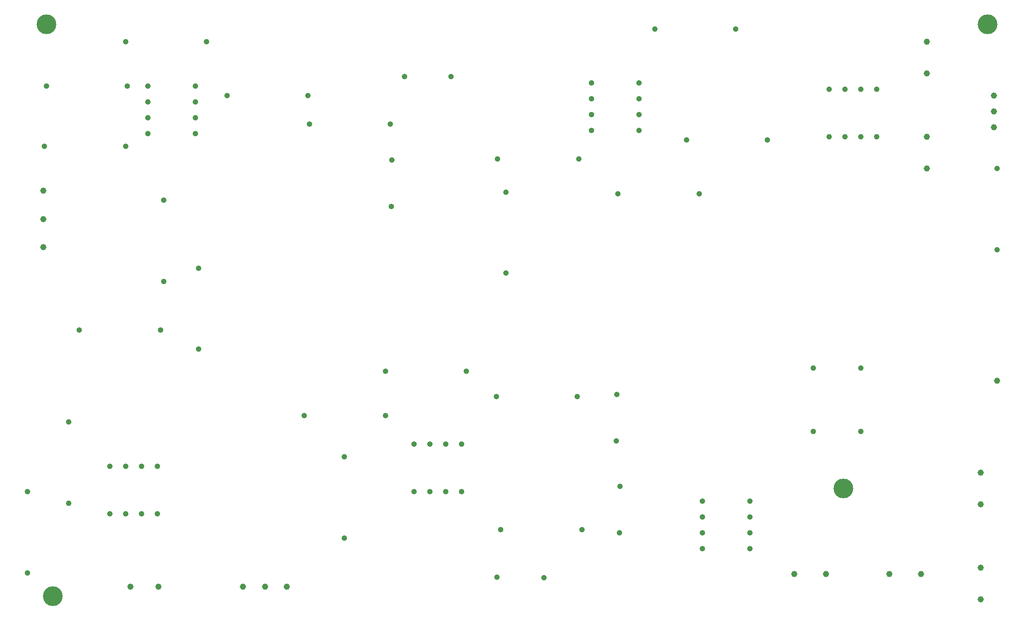
<source format=gbr>
G04 Generated by Ultiboard 11.0 *
%FSLAX25Y25*%
%MOIN*%

%ADD10C,0.12500*%
%ADD11C,0.03543*%
%ADD12C,0.03937*%
%ADD13C,0.03500*%


G04 ColorRGB 000000 for the following layer *
%LNDrill-Copper Top-Copper Bottom*%
%LPD*%
%FSLAX25Y25*%
%MOIN*%
G54D10*
X22000Y16000D03*
X18000Y377000D03*
X521000Y84000D03*
X612000Y377000D03*
G54D11*
X502000Y120000D03*
X502000Y160000D03*
X244000Y344197D03*
X273528Y344000D03*
X235803Y262000D03*
X236000Y291528D03*
X232000Y158000D03*
X283181Y158000D03*
X92000Y214819D03*
X92000Y266000D03*
X114000Y172000D03*
X114000Y223181D03*
X32000Y126000D03*
X32000Y74819D03*
X6000Y30819D03*
X6000Y82000D03*
X38819Y184000D03*
X90000Y184000D03*
X180819Y130000D03*
X232000Y130000D03*
X206000Y52819D03*
X206000Y104000D03*
X68000Y366000D03*
X119181Y366000D03*
X18000Y338000D03*
X69181Y338000D03*
X16819Y300000D03*
X68000Y300000D03*
X184000Y314000D03*
X235181Y314000D03*
X132000Y332000D03*
X183181Y332000D03*
X308000Y220000D03*
X308000Y271181D03*
X377803Y114000D03*
X378000Y143528D03*
X380000Y85528D03*
X379803Y56000D03*
X304819Y58000D03*
X356000Y58000D03*
X302472Y28000D03*
X332000Y27803D03*
X302000Y142000D03*
X353181Y142000D03*
X378819Y270000D03*
X430000Y270000D03*
X302819Y292000D03*
X354000Y292000D03*
X402000Y374000D03*
X453181Y374000D03*
X422000Y304000D03*
X473181Y304000D03*
X618000Y234819D03*
X618000Y286000D03*
X532000Y120000D03*
X532000Y160000D03*
G54D12*
X490028Y30043D03*
X570003Y30011D03*
X510020Y30042D03*
X550020Y30017D03*
X16331Y254142D03*
X16331Y236268D03*
X16331Y272016D03*
X156000Y22000D03*
X142063Y22000D03*
X169937Y22000D03*
X71063Y22000D03*
X88937Y22000D03*
X618000Y152000D03*
X607958Y34020D03*
X607957Y14028D03*
X607989Y94003D03*
X607983Y74020D03*
X573957Y286028D03*
X573958Y306020D03*
X573983Y346020D03*
X573989Y366003D03*
X616000Y312000D03*
X616000Y332000D03*
X616000Y322000D03*
G54D13*
X250000Y82000D03*
X250000Y112000D03*
X280000Y82000D03*
X280000Y112000D03*
X270000Y82000D03*
X260000Y82000D03*
X270000Y112000D03*
X260000Y112000D03*
X58000Y98000D03*
X58000Y68000D03*
X88000Y98000D03*
X68000Y98000D03*
X78000Y98000D03*
X78000Y68000D03*
X68000Y68000D03*
X88000Y68000D03*
X82000Y318000D03*
X112000Y318000D03*
X82000Y308000D03*
X112000Y308000D03*
X82000Y338000D03*
X82000Y328000D03*
X112000Y338000D03*
X112000Y328000D03*
X432000Y66000D03*
X432000Y46000D03*
X432000Y56000D03*
X432000Y76000D03*
X462000Y66000D03*
X462000Y46000D03*
X462000Y56000D03*
X462000Y76000D03*
X362000Y310000D03*
X362000Y330000D03*
X362000Y320000D03*
X362000Y340000D03*
X392000Y310000D03*
X392000Y330000D03*
X392000Y320000D03*
X392000Y340000D03*
X532000Y306000D03*
X522000Y306000D03*
X512000Y306000D03*
X542000Y306000D03*
X532000Y336000D03*
X522000Y336000D03*
X512000Y336000D03*
X542000Y336000D03*

M00*

</source>
